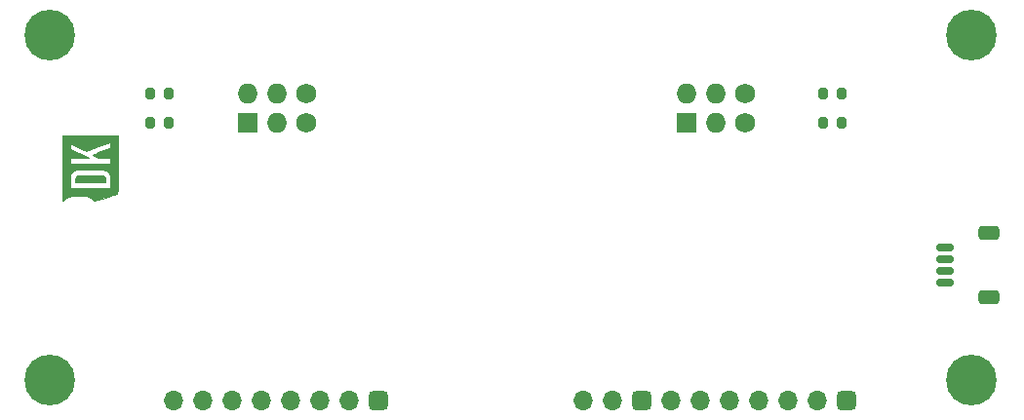
<source format=gts>
%TF.GenerationSoftware,KiCad,Pcbnew,8.99.0-2433-g53022ab347*%
%TF.CreationDate,2024-10-05T16:52:00+02:00*%
%TF.ProjectId,Flipper SAO Debug,466c6970-7065-4722-9053-414f20446562,1.0*%
%TF.SameCoordinates,PX25b7c30PY3881550*%
%TF.FileFunction,Soldermask,Top*%
%TF.FilePolarity,Negative*%
%FSLAX46Y46*%
G04 Gerber Fmt 4.6, Leading zero omitted, Abs format (unit mm)*
G04 Created by KiCad (PCBNEW 8.99.0-2433-g53022ab347) date 2024-10-05 16:52:00*
%MOMM*%
%LPD*%
G01*
G04 APERTURE LIST*
G04 Aperture macros list*
%AMRoundRect*
0 Rectangle with rounded corners*
0 $1 Rounding radius*
0 $2 $3 $4 $5 $6 $7 $8 $9 X,Y pos of 4 corners*
0 Add a 4 corners polygon primitive as box body*
4,1,4,$2,$3,$4,$5,$6,$7,$8,$9,$2,$3,0*
0 Add four circle primitives for the rounded corners*
1,1,$1+$1,$2,$3*
1,1,$1+$1,$4,$5*
1,1,$1+$1,$6,$7*
1,1,$1+$1,$8,$9*
0 Add four rect primitives between the rounded corners*
20,1,$1+$1,$2,$3,$4,$5,0*
20,1,$1+$1,$4,$5,$6,$7,0*
20,1,$1+$1,$6,$7,$8,$9,0*
20,1,$1+$1,$8,$9,$2,$3,0*%
G04 Aperture macros list end*
%ADD10C,0.010000*%
%ADD11C,0.700000*%
%ADD12C,4.400000*%
%ADD13RoundRect,0.200000X0.200000X0.275000X-0.200000X0.275000X-0.200000X-0.275000X0.200000X-0.275000X0*%
%ADD14O,1.727200X1.727200*%
%ADD15R,1.727200X1.727200*%
%ADD16C,1.727200*%
%ADD17RoundRect,0.200000X-0.200000X-0.275000X0.200000X-0.275000X0.200000X0.275000X-0.200000X0.275000X0*%
%ADD18RoundRect,0.425000X-0.425000X0.425000X-0.425000X-0.425000X0.425000X-0.425000X0.425000X0.425000X0*%
%ADD19O,1.700000X1.700000*%
%ADD20RoundRect,0.150000X0.625000X-0.150000X0.625000X0.150000X-0.625000X0.150000X-0.625000X-0.150000X0*%
%ADD21RoundRect,0.250000X0.650000X-0.350000X0.650000X0.350000X-0.650000X0.350000X-0.650000X-0.350000X0*%
G04 APERTURE END LIST*
D10*
%TO.C,G\u002A\u002A\u002A*%
X6785104Y-15168675D02*
X7005538Y-15169231D01*
X7181295Y-15170522D01*
X7318260Y-15172845D01*
X7422323Y-15176501D01*
X7499359Y-15181784D01*
X7555261Y-15188991D01*
X7595908Y-15198423D01*
X7627186Y-15210377D01*
X7654975Y-15225151D01*
X7657113Y-15226389D01*
X7740258Y-15297223D01*
X7793512Y-15399058D01*
X7820223Y-15540173D01*
X7824851Y-15641278D01*
X7826443Y-15803556D01*
X5201777Y-15803556D01*
X5201775Y-15633316D01*
X5217013Y-15459370D01*
X5263751Y-15329578D01*
X5343550Y-15240252D01*
X5375945Y-15219819D01*
X5404248Y-15206445D01*
X5439075Y-15195607D01*
X5486255Y-15187040D01*
X5551622Y-15180478D01*
X5641012Y-15175664D01*
X5760259Y-15172332D01*
X5915194Y-15170220D01*
X6111655Y-15169068D01*
X6355468Y-15168609D01*
X6514111Y-15168555D01*
X6785104Y-15168675D01*
G36*
X6785104Y-15168675D02*
G01*
X7005538Y-15169231D01*
X7181295Y-15170522D01*
X7318260Y-15172845D01*
X7422323Y-15176501D01*
X7499359Y-15181784D01*
X7555261Y-15188991D01*
X7595908Y-15198423D01*
X7627186Y-15210377D01*
X7654975Y-15225151D01*
X7657113Y-15226389D01*
X7740258Y-15297223D01*
X7793512Y-15399058D01*
X7820223Y-15540173D01*
X7824851Y-15641278D01*
X7826443Y-15803556D01*
X5201777Y-15803556D01*
X5201775Y-15633316D01*
X5217013Y-15459370D01*
X5263751Y-15329578D01*
X5343550Y-15240252D01*
X5375945Y-15219819D01*
X5404248Y-15206445D01*
X5439075Y-15195607D01*
X5486255Y-15187040D01*
X5551622Y-15180478D01*
X5641012Y-15175664D01*
X5760259Y-15172332D01*
X5915194Y-15170220D01*
X6111655Y-15169068D01*
X6355468Y-15168609D01*
X6514111Y-15168555D01*
X6785104Y-15168675D01*
G37*
X8898889Y-14248314D02*
X8898840Y-14682552D01*
X8898651Y-15063808D01*
X8898255Y-15395552D01*
X8897581Y-15681246D01*
X8896566Y-15924359D01*
X8895136Y-16128352D01*
X8893227Y-16296692D01*
X8890771Y-16432842D01*
X8887702Y-16540272D01*
X8883951Y-16622444D01*
X8879447Y-16682824D01*
X8874128Y-16724876D01*
X8867924Y-16752068D01*
X8860764Y-16767859D01*
X8852586Y-16775725D01*
X8849502Y-16777231D01*
X8812003Y-16790658D01*
X8727407Y-16819844D01*
X8602125Y-16862613D01*
X8442576Y-16916786D01*
X8255177Y-16980182D01*
X8046345Y-17050622D01*
X7845023Y-17118358D01*
X6889933Y-17439327D01*
X6730245Y-17308579D01*
X6551653Y-17179201D01*
X6366664Y-17081921D01*
X6164877Y-17013669D01*
X5935894Y-16971390D01*
X5669313Y-16952019D01*
X5512220Y-16949983D01*
X5184341Y-16964070D01*
X4900722Y-17005325D01*
X4750222Y-17048355D01*
X4655220Y-17075516D01*
X4441688Y-17176419D01*
X4253983Y-17309800D01*
X4249277Y-17313816D01*
X4129334Y-17416620D01*
X4129334Y-16311555D01*
X4750220Y-16311555D01*
X8277999Y-16311555D01*
X8278000Y-15836900D01*
X8275835Y-15619725D01*
X8269005Y-15451520D01*
X8257008Y-15324966D01*
X8239345Y-15232738D01*
X8235797Y-15220132D01*
X8165817Y-15068283D01*
X8054875Y-14924366D01*
X7917712Y-14805429D01*
X7834075Y-14755656D01*
X7699445Y-14688778D01*
X5300556Y-14688778D01*
X5149409Y-14772494D01*
X5050586Y-14836480D01*
X4959747Y-14910526D01*
X4917364Y-14954360D01*
X4861578Y-15029508D01*
X4819449Y-15107731D01*
X4789162Y-15198275D01*
X4768914Y-15310383D01*
X4756896Y-15453300D01*
X4751296Y-15636269D01*
X4750223Y-15808586D01*
X4750220Y-16311555D01*
X4129334Y-16311555D01*
X4129333Y-12419718D01*
X4750221Y-12419718D01*
X4750222Y-12915219D01*
X5541424Y-13277111D01*
X5738078Y-13367598D01*
X5917863Y-13451352D01*
X6074416Y-13525332D01*
X6201376Y-13586491D01*
X6292381Y-13631783D01*
X6341072Y-13658163D01*
X6347422Y-13662945D01*
X6324274Y-13669074D01*
X6251581Y-13674624D01*
X6136242Y-13679387D01*
X5985153Y-13683148D01*
X5805210Y-13685704D01*
X5603318Y-13686849D01*
X5556221Y-13686888D01*
X4750222Y-13686889D01*
X4750223Y-14166665D01*
X8277999Y-14166666D01*
X8278000Y-13686888D01*
X7256508Y-13686889D01*
X7037265Y-13572827D01*
X6931441Y-13516600D01*
X6840486Y-13466164D01*
X6779525Y-13429974D01*
X6768249Y-13422368D01*
X6756521Y-13413285D01*
X6750822Y-13404279D01*
X6755490Y-13393553D01*
X6774858Y-13379304D01*
X6813275Y-13359731D01*
X6875074Y-13333042D01*
X6964599Y-13297431D01*
X7086184Y-13251103D01*
X7244172Y-13192252D01*
X7442901Y-13119083D01*
X7686709Y-13029800D01*
X7925222Y-12942600D01*
X8263889Y-12818799D01*
X8279973Y-12281690D01*
X7227709Y-12688955D01*
X6996357Y-12777810D01*
X6780509Y-12859389D01*
X6586022Y-12931579D01*
X6418758Y-12992263D01*
X6284566Y-13039325D01*
X6189315Y-13070649D01*
X6138853Y-13084119D01*
X6133111Y-13084310D01*
X6097186Y-13069151D01*
X6017737Y-13032562D01*
X5901929Y-12977949D01*
X5756926Y-12908714D01*
X5589895Y-12828252D01*
X5420499Y-12746058D01*
X4750221Y-12419718D01*
X4129333Y-12419718D01*
X4129333Y-11739555D01*
X8898891Y-11739554D01*
X8898889Y-14248314D01*
G36*
X8898889Y-14248314D02*
G01*
X8898840Y-14682552D01*
X8898651Y-15063808D01*
X8898255Y-15395552D01*
X8897581Y-15681246D01*
X8896566Y-15924359D01*
X8895136Y-16128352D01*
X8893227Y-16296692D01*
X8890771Y-16432842D01*
X8887702Y-16540272D01*
X8883951Y-16622444D01*
X8879447Y-16682824D01*
X8874128Y-16724876D01*
X8867924Y-16752068D01*
X8860764Y-16767859D01*
X8852586Y-16775725D01*
X8849502Y-16777231D01*
X8812003Y-16790658D01*
X8727407Y-16819844D01*
X8602125Y-16862613D01*
X8442576Y-16916786D01*
X8255177Y-16980182D01*
X8046345Y-17050622D01*
X7845023Y-17118358D01*
X6889933Y-17439327D01*
X6730245Y-17308579D01*
X6551653Y-17179201D01*
X6366664Y-17081921D01*
X6164877Y-17013669D01*
X5935894Y-16971390D01*
X5669313Y-16952019D01*
X5512220Y-16949983D01*
X5184341Y-16964070D01*
X4900722Y-17005325D01*
X4750222Y-17048355D01*
X4655220Y-17075516D01*
X4441688Y-17176419D01*
X4253983Y-17309800D01*
X4249277Y-17313816D01*
X4129334Y-17416620D01*
X4129334Y-16311555D01*
X4750220Y-16311555D01*
X8277999Y-16311555D01*
X8278000Y-15836900D01*
X8275835Y-15619725D01*
X8269005Y-15451520D01*
X8257008Y-15324966D01*
X8239345Y-15232738D01*
X8235797Y-15220132D01*
X8165817Y-15068283D01*
X8054875Y-14924366D01*
X7917712Y-14805429D01*
X7834075Y-14755656D01*
X7699445Y-14688778D01*
X5300556Y-14688778D01*
X5149409Y-14772494D01*
X5050586Y-14836480D01*
X4959747Y-14910526D01*
X4917364Y-14954360D01*
X4861578Y-15029508D01*
X4819449Y-15107731D01*
X4789162Y-15198275D01*
X4768914Y-15310383D01*
X4756896Y-15453300D01*
X4751296Y-15636269D01*
X4750223Y-15808586D01*
X4750220Y-16311555D01*
X4129334Y-16311555D01*
X4129333Y-12419718D01*
X4750221Y-12419718D01*
X4750222Y-12915219D01*
X5541424Y-13277111D01*
X5738078Y-13367598D01*
X5917863Y-13451352D01*
X6074416Y-13525332D01*
X6201376Y-13586491D01*
X6292381Y-13631783D01*
X6341072Y-13658163D01*
X6347422Y-13662945D01*
X6324274Y-13669074D01*
X6251581Y-13674624D01*
X6136242Y-13679387D01*
X5985153Y-13683148D01*
X5805210Y-13685704D01*
X5603318Y-13686849D01*
X5556221Y-13686888D01*
X4750222Y-13686889D01*
X4750223Y-14166665D01*
X8277999Y-14166666D01*
X8278000Y-13686888D01*
X7256508Y-13686889D01*
X7037265Y-13572827D01*
X6931441Y-13516600D01*
X6840486Y-13466164D01*
X6779525Y-13429974D01*
X6768249Y-13422368D01*
X6756521Y-13413285D01*
X6750822Y-13404279D01*
X6755490Y-13393553D01*
X6774858Y-13379304D01*
X6813275Y-13359731D01*
X6875074Y-13333042D01*
X6964599Y-13297431D01*
X7086184Y-13251103D01*
X7244172Y-13192252D01*
X7442901Y-13119083D01*
X7686709Y-13029800D01*
X7925222Y-12942600D01*
X8263889Y-12818799D01*
X8279973Y-12281690D01*
X7227709Y-12688955D01*
X6996357Y-12777810D01*
X6780509Y-12859389D01*
X6586022Y-12931579D01*
X6418758Y-12992263D01*
X6284566Y-13039325D01*
X6189315Y-13070649D01*
X6138853Y-13084119D01*
X6133111Y-13084310D01*
X6097186Y-13069151D01*
X6017737Y-13032562D01*
X5901929Y-12977949D01*
X5756926Y-12908714D01*
X5589895Y-12828252D01*
X5420499Y-12746058D01*
X4750221Y-12419718D01*
X4129333Y-12419718D01*
X4129333Y-11739555D01*
X8898891Y-11739554D01*
X8898889Y-14248314D01*
G37*
%TD*%
D11*
%TO.C,REF\u002A\u002A*%
X1350000Y-3000000D03*
X1833274Y-1833274D03*
X1833274Y-4166726D03*
X3000000Y-1350000D03*
D12*
X3000000Y-3000000D03*
D11*
X3000000Y-4650000D03*
X4166726Y-1833274D03*
X4166726Y-4166726D03*
X4650000Y-3000000D03*
%TD*%
D13*
%TO.C,R2*%
X13345000Y-8060000D03*
X11695000Y-8060000D03*
%TD*%
D14*
%TO.C,X2*%
X20200000Y-8080000D03*
D15*
X20200000Y-10620000D03*
D14*
X22740000Y-8080000D03*
X22740000Y-10620000D03*
D16*
X25280000Y-8080000D03*
X25280000Y-10620000D03*
%TD*%
D11*
%TO.C,REF\u002A\u002A*%
X81350000Y-33000000D03*
X81833274Y-31833274D03*
X81833274Y-34166726D03*
X83000000Y-31350000D03*
D12*
X83000000Y-33000000D03*
D11*
X83000000Y-34650000D03*
X84166726Y-31833274D03*
X84166726Y-34166726D03*
X84650000Y-33000000D03*
%TD*%
%TO.C,REF\u002A\u002A*%
X81350000Y-3000000D03*
X81833274Y-1833274D03*
X81833274Y-4166726D03*
X83000000Y-1350000D03*
D12*
X83000000Y-3000000D03*
D11*
X83000000Y-4650000D03*
X84166726Y-1833274D03*
X84166726Y-4166726D03*
X84650000Y-3000000D03*
%TD*%
D17*
%TO.C,R1*%
X11695000Y-10600000D03*
X13345000Y-10600000D03*
%TD*%
D18*
%TO.C,J1*%
X31570000Y-34730000D03*
D19*
X29029996Y-34729999D03*
X26490000Y-34730000D03*
X23950000Y-34730000D03*
X21410001Y-34730000D03*
X18870001Y-34730000D03*
X16330000Y-34730000D03*
X13790000Y-34730000D03*
%TD*%
D11*
%TO.C,REF\u002A\u002A*%
X1350000Y-33000000D03*
X1833274Y-31833274D03*
X1833274Y-34166726D03*
X3000000Y-31350000D03*
D12*
X3000000Y-33000000D03*
D11*
X3000000Y-34650000D03*
X4166726Y-31833274D03*
X4166726Y-34166726D03*
X4650000Y-33000000D03*
%TD*%
D20*
%TO.C,J3*%
X80700000Y-24500000D03*
X80700000Y-23500000D03*
X80700000Y-22500000D03*
X80700001Y-21500000D03*
D21*
X84574998Y-25800000D03*
X84575001Y-20200000D03*
%TD*%
D13*
%TO.C,R4*%
X71765000Y-8060000D03*
X70115000Y-8060000D03*
%TD*%
%TO.C,R3*%
X71765000Y-10600000D03*
X70115000Y-10600000D03*
%TD*%
D14*
%TO.C,X1*%
X58300000Y-8080000D03*
D15*
X58300000Y-10620000D03*
D14*
X60840000Y-8080000D03*
X60840000Y-10620000D03*
D16*
X63380000Y-8080000D03*
X63380000Y-10620000D03*
%TD*%
D18*
%TO.C,J2*%
X72210000Y-34730000D03*
D19*
X69669996Y-34729998D03*
X67130000Y-34730000D03*
X64590000Y-34730000D03*
X62050001Y-34729997D03*
X59510001Y-34730000D03*
X56970000Y-34730000D03*
D18*
X54430000Y-34730000D03*
D19*
X51890000Y-34730000D03*
X49350002Y-34730000D03*
%TD*%
M02*

</source>
